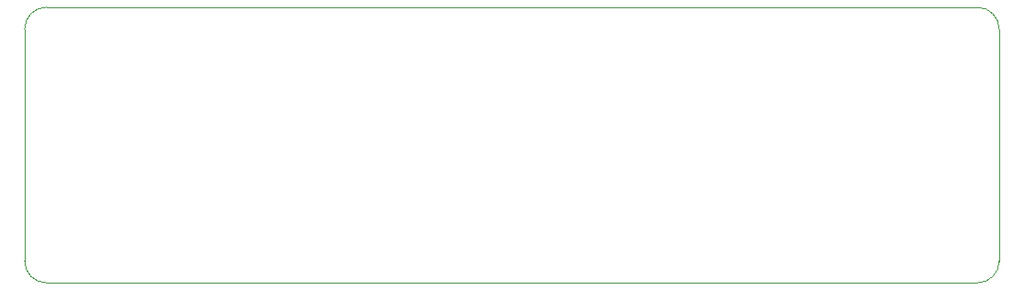
<source format=gbr>
%TF.GenerationSoftware,KiCad,Pcbnew,8.0.2-1.fc40*%
%TF.CreationDate,2025-03-27T00:29:42+07:00*%
%TF.ProjectId,BadgeMagic,42616467-654d-4616-9769-632e6b696361,rev?*%
%TF.SameCoordinates,Original*%
%TF.FileFunction,Profile,NP*%
%FSLAX46Y46*%
G04 Gerber Fmt 4.6, Leading zero omitted, Abs format (unit mm)*
G04 Created by KiCad (PCBNEW 8.0.2-1.fc40) date 2025-03-27 00:29:42*
%MOMM*%
%LPD*%
G01*
G04 APERTURE LIST*
%TA.AperFunction,Profile*%
%ADD10C,0.050000*%
%TD*%
G04 APERTURE END LIST*
D10*
X194600000Y-92450000D02*
X194600000Y-113950000D01*
X192600000Y-115950000D02*
X106600000Y-115950000D01*
X104600000Y-113950000D02*
X104600000Y-92450000D01*
X106600000Y-90450000D02*
X192600000Y-90450000D01*
X106600000Y-115950000D02*
G75*
G02*
X104600000Y-113950000I0J2000000D01*
G01*
X194600000Y-113950000D02*
G75*
G02*
X192600000Y-115950000I-2000000J0D01*
G01*
X192600000Y-90450000D02*
G75*
G02*
X194600000Y-92450000I0J-2000000D01*
G01*
X104600000Y-92450000D02*
G75*
G02*
X106600000Y-90450000I2000000J0D01*
G01*
M02*

</source>
